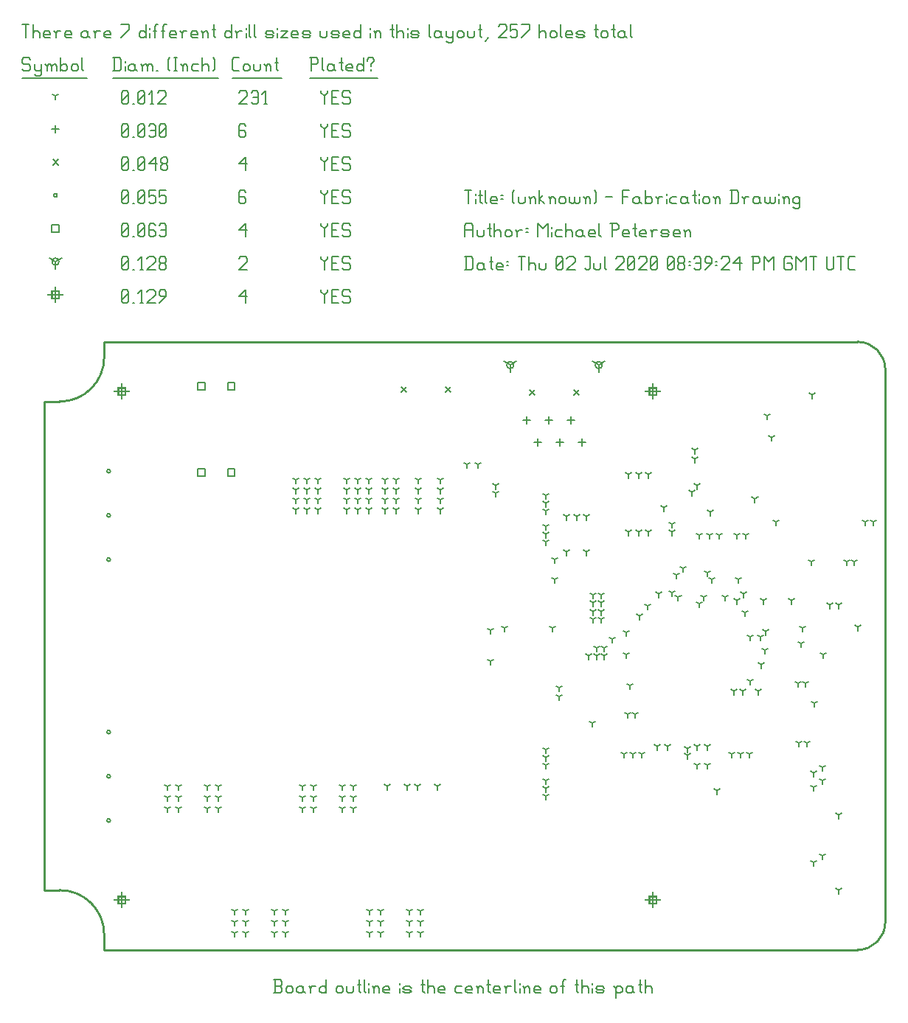
<source format=gbr>
G04 start of page 14 for group -3984 idx -3984 *
G04 Title: (unknown), fab *
G04 Creator: pcb 20140316 *
G04 CreationDate: Thu 02 Jul 2020 08:39:24 PM GMT UTC *
G04 For: railfan *
G04 Format: Gerber/RS-274X *
G04 PCB-Dimensions (mil): 4000.00 2950.00 *
G04 PCB-Coordinate-Origin: lower left *
%MOIN*%
%FSLAX25Y25*%
%LNFAB*%
%ADD162C,0.0100*%
%ADD161C,0.0060*%
%ADD160R,0.0080X0.0080*%
G54D160*X285000Y35700D02*Y29300D01*
X281800Y32500D02*X288200D01*
X283400Y34100D02*X286600D01*
X283400D02*Y30900D01*
X286600D01*
Y34100D02*Y30900D01*
X45000Y35700D02*Y29300D01*
X41800Y32500D02*X48200D01*
X43400Y34100D02*X46600D01*
X43400D02*Y30900D01*
X46600D01*
Y34100D02*Y30900D01*
X285000Y265700D02*Y259300D01*
X281800Y262500D02*X288200D01*
X283400Y264100D02*X286600D01*
X283400D02*Y260900D01*
X286600D01*
Y264100D02*Y260900D01*
X45000Y265700D02*Y259300D01*
X41800Y262500D02*X48200D01*
X43400Y264100D02*X46600D01*
X43400D02*Y260900D01*
X46600D01*
Y264100D02*Y260900D01*
X15000Y309450D02*Y303050D01*
X11800Y306250D02*X18200D01*
X13400Y307850D02*X16600D01*
X13400D02*Y304650D01*
X16600D01*
Y307850D02*Y304650D01*
G54D161*X135000Y308500D02*Y307750D01*
X136500Y306250D01*
X138000Y307750D01*
Y308500D02*Y307750D01*
X136500Y306250D02*Y302500D01*
X139800Y305500D02*X142050D01*
X139800Y302500D02*X142800D01*
X139800Y308500D02*Y302500D01*
Y308500D02*X142800D01*
X147600D02*X148350Y307750D01*
X145350Y308500D02*X147600D01*
X144600Y307750D02*X145350Y308500D01*
X144600Y307750D02*Y306250D01*
X145350Y305500D01*
X147600D01*
X148350Y304750D01*
Y303250D01*
X147600Y302500D02*X148350Y303250D01*
X145350Y302500D02*X147600D01*
X144600Y303250D02*X145350Y302500D01*
X98000Y305500D02*X101000Y308500D01*
X98000Y305500D02*X101750D01*
X101000Y308500D02*Y302500D01*
X45000Y303250D02*X45750Y302500D01*
X45000Y307750D02*Y303250D01*
Y307750D02*X45750Y308500D01*
X47250D01*
X48000Y307750D01*
Y303250D01*
X47250Y302500D02*X48000Y303250D01*
X45750Y302500D02*X47250D01*
X45000Y304000D02*X48000Y307000D01*
X49800Y302500D02*X50550D01*
X53100D02*X54600D01*
X53850Y308500D02*Y302500D01*
X52350Y307000D02*X53850Y308500D01*
X56400Y307750D02*X57150Y308500D01*
X59400D01*
X60150Y307750D01*
Y306250D01*
X56400Y302500D02*X60150Y306250D01*
X56400Y302500D02*X60150D01*
X61950D02*X64950Y305500D01*
Y307750D02*Y305500D01*
X64200Y308500D02*X64950Y307750D01*
X62700Y308500D02*X64200D01*
X61950Y307750D02*X62700Y308500D01*
X61950Y307750D02*Y306250D01*
X62700Y305500D01*
X64950D01*
X260500Y274500D02*Y271300D01*
Y274500D02*X263273Y276100D01*
X260500Y274500D02*X257727Y276100D01*
X258900Y274500D02*G75*G03X262100Y274500I1600J0D01*G01*
G75*G03X258900Y274500I-1600J0D01*G01*
X220500D02*Y271300D01*
Y274500D02*X223273Y276100D01*
X220500Y274500D02*X217727Y276100D01*
X218900Y274500D02*G75*G03X222100Y274500I1600J0D01*G01*
G75*G03X218900Y274500I-1600J0D01*G01*
X15000Y321250D02*Y318050D01*
Y321250D02*X17773Y322850D01*
X15000Y321250D02*X12227Y322850D01*
X13400Y321250D02*G75*G03X16600Y321250I1600J0D01*G01*
G75*G03X13400Y321250I-1600J0D01*G01*
X135000Y323500D02*Y322750D01*
X136500Y321250D01*
X138000Y322750D01*
Y323500D02*Y322750D01*
X136500Y321250D02*Y317500D01*
X139800Y320500D02*X142050D01*
X139800Y317500D02*X142800D01*
X139800Y323500D02*Y317500D01*
Y323500D02*X142800D01*
X147600D02*X148350Y322750D01*
X145350Y323500D02*X147600D01*
X144600Y322750D02*X145350Y323500D01*
X144600Y322750D02*Y321250D01*
X145350Y320500D01*
X147600D01*
X148350Y319750D01*
Y318250D01*
X147600Y317500D02*X148350Y318250D01*
X145350Y317500D02*X147600D01*
X144600Y318250D02*X145350Y317500D01*
X98000Y322750D02*X98750Y323500D01*
X101000D01*
X101750Y322750D01*
Y321250D01*
X98000Y317500D02*X101750Y321250D01*
X98000Y317500D02*X101750D01*
X45000Y318250D02*X45750Y317500D01*
X45000Y322750D02*Y318250D01*
Y322750D02*X45750Y323500D01*
X47250D01*
X48000Y322750D01*
Y318250D01*
X47250Y317500D02*X48000Y318250D01*
X45750Y317500D02*X47250D01*
X45000Y319000D02*X48000Y322000D01*
X49800Y317500D02*X50550D01*
X53100D02*X54600D01*
X53850Y323500D02*Y317500D01*
X52350Y322000D02*X53850Y323500D01*
X56400Y322750D02*X57150Y323500D01*
X59400D01*
X60150Y322750D01*
Y321250D01*
X56400Y317500D02*X60150Y321250D01*
X56400Y317500D02*X60150D01*
X61950Y318250D02*X62700Y317500D01*
X61950Y319750D02*Y318250D01*
Y319750D02*X62700Y320500D01*
X64200D01*
X64950Y319750D01*
Y318250D01*
X64200Y317500D02*X64950Y318250D01*
X62700Y317500D02*X64200D01*
X61950Y321250D02*X62700Y320500D01*
X61950Y322750D02*Y321250D01*
Y322750D02*X62700Y323500D01*
X64200D01*
X64950Y322750D01*
Y321250D01*
X64200Y320500D02*X64950Y321250D01*
X92800Y266600D02*X96000D01*
X92800D02*Y263400D01*
X96000D01*
Y266600D02*Y263400D01*
X79400Y266600D02*X82600D01*
X79400D02*Y263400D01*
X82600D01*
Y266600D02*Y263400D01*
X92800Y227600D02*X96000D01*
X92800D02*Y224400D01*
X96000D01*
Y227600D02*Y224400D01*
X79400Y227600D02*X82600D01*
X79400D02*Y224400D01*
X82600D01*
Y227600D02*Y224400D01*
X13400Y337850D02*X16600D01*
X13400D02*Y334650D01*
X16600D01*
Y337850D02*Y334650D01*
X135000Y338500D02*Y337750D01*
X136500Y336250D01*
X138000Y337750D01*
Y338500D02*Y337750D01*
X136500Y336250D02*Y332500D01*
X139800Y335500D02*X142050D01*
X139800Y332500D02*X142800D01*
X139800Y338500D02*Y332500D01*
Y338500D02*X142800D01*
X147600D02*X148350Y337750D01*
X145350Y338500D02*X147600D01*
X144600Y337750D02*X145350Y338500D01*
X144600Y337750D02*Y336250D01*
X145350Y335500D01*
X147600D01*
X148350Y334750D01*
Y333250D01*
X147600Y332500D02*X148350Y333250D01*
X145350Y332500D02*X147600D01*
X144600Y333250D02*X145350Y332500D01*
X98000Y335500D02*X101000Y338500D01*
X98000Y335500D02*X101750D01*
X101000Y338500D02*Y332500D01*
X45000Y333250D02*X45750Y332500D01*
X45000Y337750D02*Y333250D01*
Y337750D02*X45750Y338500D01*
X47250D01*
X48000Y337750D01*
Y333250D01*
X47250Y332500D02*X48000Y333250D01*
X45750Y332500D02*X47250D01*
X45000Y334000D02*X48000Y337000D01*
X49800Y332500D02*X50550D01*
X52350Y333250D02*X53100Y332500D01*
X52350Y337750D02*Y333250D01*
Y337750D02*X53100Y338500D01*
X54600D01*
X55350Y337750D01*
Y333250D01*
X54600Y332500D02*X55350Y333250D01*
X53100Y332500D02*X54600D01*
X52350Y334000D02*X55350Y337000D01*
X59400Y338500D02*X60150Y337750D01*
X57900Y338500D02*X59400D01*
X57150Y337750D02*X57900Y338500D01*
X57150Y337750D02*Y333250D01*
X57900Y332500D01*
X59400Y335500D02*X60150Y334750D01*
X57150Y335500D02*X59400D01*
X57900Y332500D02*X59400D01*
X60150Y333250D01*
Y334750D02*Y333250D01*
X61950Y337750D02*X62700Y338500D01*
X64200D01*
X64950Y337750D01*
Y333250D01*
X64200Y332500D02*X64950Y333250D01*
X62700Y332500D02*X64200D01*
X61950Y333250D02*X62700Y332500D01*
Y335500D02*X64950D01*
X38200Y108500D02*G75*G03X39800Y108500I800J0D01*G01*
G75*G03X38200Y108500I-800J0D01*G01*
Y88500D02*G75*G03X39800Y88500I800J0D01*G01*
G75*G03X38200Y88500I-800J0D01*G01*
Y68500D02*G75*G03X39800Y68500I800J0D01*G01*
G75*G03X38200Y68500I-800J0D01*G01*
Y226500D02*G75*G03X39800Y226500I800J0D01*G01*
G75*G03X38200Y226500I-800J0D01*G01*
Y206500D02*G75*G03X39800Y206500I800J0D01*G01*
G75*G03X38200Y206500I-800J0D01*G01*
Y186500D02*G75*G03X39800Y186500I800J0D01*G01*
G75*G03X38200Y186500I-800J0D01*G01*
X14200Y351250D02*G75*G03X15800Y351250I800J0D01*G01*
G75*G03X14200Y351250I-800J0D01*G01*
X135000Y353500D02*Y352750D01*
X136500Y351250D01*
X138000Y352750D01*
Y353500D02*Y352750D01*
X136500Y351250D02*Y347500D01*
X139800Y350500D02*X142050D01*
X139800Y347500D02*X142800D01*
X139800Y353500D02*Y347500D01*
Y353500D02*X142800D01*
X147600D02*X148350Y352750D01*
X145350Y353500D02*X147600D01*
X144600Y352750D02*X145350Y353500D01*
X144600Y352750D02*Y351250D01*
X145350Y350500D01*
X147600D01*
X148350Y349750D01*
Y348250D01*
X147600Y347500D02*X148350Y348250D01*
X145350Y347500D02*X147600D01*
X144600Y348250D02*X145350Y347500D01*
X100250Y353500D02*X101000Y352750D01*
X98750Y353500D02*X100250D01*
X98000Y352750D02*X98750Y353500D01*
X98000Y352750D02*Y348250D01*
X98750Y347500D01*
X100250Y350500D02*X101000Y349750D01*
X98000Y350500D02*X100250D01*
X98750Y347500D02*X100250D01*
X101000Y348250D01*
Y349750D02*Y348250D01*
X45000D02*X45750Y347500D01*
X45000Y352750D02*Y348250D01*
Y352750D02*X45750Y353500D01*
X47250D01*
X48000Y352750D01*
Y348250D01*
X47250Y347500D02*X48000Y348250D01*
X45750Y347500D02*X47250D01*
X45000Y349000D02*X48000Y352000D01*
X49800Y347500D02*X50550D01*
X52350Y348250D02*X53100Y347500D01*
X52350Y352750D02*Y348250D01*
Y352750D02*X53100Y353500D01*
X54600D01*
X55350Y352750D01*
Y348250D01*
X54600Y347500D02*X55350Y348250D01*
X53100Y347500D02*X54600D01*
X52350Y349000D02*X55350Y352000D01*
X57150Y353500D02*X60150D01*
X57150D02*Y350500D01*
X57900Y351250D01*
X59400D01*
X60150Y350500D01*
Y348250D01*
X59400Y347500D02*X60150Y348250D01*
X57900Y347500D02*X59400D01*
X57150Y348250D02*X57900Y347500D01*
X61950Y353500D02*X64950D01*
X61950D02*Y350500D01*
X62700Y351250D01*
X64200D01*
X64950Y350500D01*
Y348250D01*
X64200Y347500D02*X64950Y348250D01*
X62700Y347500D02*X64200D01*
X61950Y348250D02*X62700Y347500D01*
X249300Y263200D02*X251700Y260800D01*
X249300D02*X251700Y263200D01*
X229300D02*X231700Y260800D01*
X229300D02*X231700Y263200D01*
X191300Y264700D02*X193700Y262300D01*
X191300D02*X193700Y264700D01*
X171300D02*X173700Y262300D01*
X171300D02*X173700Y264700D01*
X13800Y367450D02*X16200Y365050D01*
X13800D02*X16200Y367450D01*
X135000Y368500D02*Y367750D01*
X136500Y366250D01*
X138000Y367750D01*
Y368500D02*Y367750D01*
X136500Y366250D02*Y362500D01*
X139800Y365500D02*X142050D01*
X139800Y362500D02*X142800D01*
X139800Y368500D02*Y362500D01*
Y368500D02*X142800D01*
X147600D02*X148350Y367750D01*
X145350Y368500D02*X147600D01*
X144600Y367750D02*X145350Y368500D01*
X144600Y367750D02*Y366250D01*
X145350Y365500D01*
X147600D01*
X148350Y364750D01*
Y363250D01*
X147600Y362500D02*X148350Y363250D01*
X145350Y362500D02*X147600D01*
X144600Y363250D02*X145350Y362500D01*
X98000Y365500D02*X101000Y368500D01*
X98000Y365500D02*X101750D01*
X101000Y368500D02*Y362500D01*
X45000Y363250D02*X45750Y362500D01*
X45000Y367750D02*Y363250D01*
Y367750D02*X45750Y368500D01*
X47250D01*
X48000Y367750D01*
Y363250D01*
X47250Y362500D02*X48000Y363250D01*
X45750Y362500D02*X47250D01*
X45000Y364000D02*X48000Y367000D01*
X49800Y362500D02*X50550D01*
X52350Y363250D02*X53100Y362500D01*
X52350Y367750D02*Y363250D01*
Y367750D02*X53100Y368500D01*
X54600D01*
X55350Y367750D01*
Y363250D01*
X54600Y362500D02*X55350Y363250D01*
X53100Y362500D02*X54600D01*
X52350Y364000D02*X55350Y367000D01*
X57150Y365500D02*X60150Y368500D01*
X57150Y365500D02*X60900D01*
X60150Y368500D02*Y362500D01*
X62700Y363250D02*X63450Y362500D01*
X62700Y364750D02*Y363250D01*
Y364750D02*X63450Y365500D01*
X64950D01*
X65700Y364750D01*
Y363250D01*
X64950Y362500D02*X65700Y363250D01*
X63450Y362500D02*X64950D01*
X62700Y366250D02*X63450Y365500D01*
X62700Y367750D02*Y366250D01*
Y367750D02*X63450Y368500D01*
X64950D01*
X65700Y367750D01*
Y366250D01*
X64950Y365500D02*X65700Y366250D01*
X253000Y241100D02*Y237900D01*
X251400Y239500D02*X254600D01*
X248000Y251100D02*Y247900D01*
X246400Y249500D02*X249600D01*
X243000Y241100D02*Y237900D01*
X241400Y239500D02*X244600D01*
X238000Y251100D02*Y247900D01*
X236400Y249500D02*X239600D01*
X233000Y241100D02*Y237900D01*
X231400Y239500D02*X234600D01*
X228000Y251100D02*Y247900D01*
X226400Y249500D02*X229600D01*
X15000Y382850D02*Y379650D01*
X13400Y381250D02*X16600D01*
X135000Y383500D02*Y382750D01*
X136500Y381250D01*
X138000Y382750D01*
Y383500D02*Y382750D01*
X136500Y381250D02*Y377500D01*
X139800Y380500D02*X142050D01*
X139800Y377500D02*X142800D01*
X139800Y383500D02*Y377500D01*
Y383500D02*X142800D01*
X147600D02*X148350Y382750D01*
X145350Y383500D02*X147600D01*
X144600Y382750D02*X145350Y383500D01*
X144600Y382750D02*Y381250D01*
X145350Y380500D01*
X147600D01*
X148350Y379750D01*
Y378250D01*
X147600Y377500D02*X148350Y378250D01*
X145350Y377500D02*X147600D01*
X144600Y378250D02*X145350Y377500D01*
X100250Y383500D02*X101000Y382750D01*
X98750Y383500D02*X100250D01*
X98000Y382750D02*X98750Y383500D01*
X98000Y382750D02*Y378250D01*
X98750Y377500D01*
X100250Y380500D02*X101000Y379750D01*
X98000Y380500D02*X100250D01*
X98750Y377500D02*X100250D01*
X101000Y378250D01*
Y379750D02*Y378250D01*
X45000D02*X45750Y377500D01*
X45000Y382750D02*Y378250D01*
Y382750D02*X45750Y383500D01*
X47250D01*
X48000Y382750D01*
Y378250D01*
X47250Y377500D02*X48000Y378250D01*
X45750Y377500D02*X47250D01*
X45000Y379000D02*X48000Y382000D01*
X49800Y377500D02*X50550D01*
X52350Y378250D02*X53100Y377500D01*
X52350Y382750D02*Y378250D01*
Y382750D02*X53100Y383500D01*
X54600D01*
X55350Y382750D01*
Y378250D01*
X54600Y377500D02*X55350Y378250D01*
X53100Y377500D02*X54600D01*
X52350Y379000D02*X55350Y382000D01*
X57150Y382750D02*X57900Y383500D01*
X59400D01*
X60150Y382750D01*
Y378250D01*
X59400Y377500D02*X60150Y378250D01*
X57900Y377500D02*X59400D01*
X57150Y378250D02*X57900Y377500D01*
Y380500D02*X60150D01*
X61950Y378250D02*X62700Y377500D01*
X61950Y382750D02*Y378250D01*
Y382750D02*X62700Y383500D01*
X64200D01*
X64950Y382750D01*
Y378250D01*
X64200Y377500D02*X64950Y378250D01*
X62700Y377500D02*X64200D01*
X61950Y379000D02*X64950Y382000D01*
X189000Y209000D02*Y207400D01*
Y209000D02*X190387Y209800D01*
X189000Y209000D02*X187613Y209800D01*
X179000Y209000D02*Y207400D01*
Y209000D02*X180387Y209800D01*
X179000Y209000D02*X177613Y209800D01*
X169000Y209000D02*Y207400D01*
Y209000D02*X170387Y209800D01*
X169000Y209000D02*X167613Y209800D01*
X164000Y209000D02*Y207400D01*
Y209000D02*X165387Y209800D01*
X164000Y209000D02*X162613Y209800D01*
X187500Y84000D02*Y82400D01*
Y84000D02*X188887Y84800D01*
X187500Y84000D02*X186113Y84800D01*
X178500Y84000D02*Y82400D01*
Y84000D02*X179887Y84800D01*
X178500Y84000D02*X177113Y84800D01*
X174000Y84000D02*Y82400D01*
Y84000D02*X175387Y84800D01*
X174000Y84000D02*X172613Y84800D01*
X165000Y84000D02*Y82400D01*
Y84000D02*X166387Y84800D01*
X165000Y84000D02*X163613Y84800D01*
X123500Y209000D02*Y207400D01*
Y209000D02*X124887Y209800D01*
X123500Y209000D02*X122113Y209800D01*
X128500Y209000D02*Y207400D01*
Y209000D02*X129887Y209800D01*
X128500Y209000D02*X127113Y209800D01*
X133500Y209000D02*Y207400D01*
Y209000D02*X134887Y209800D01*
X133500Y209000D02*X132113Y209800D01*
X156500Y209000D02*Y207400D01*
Y209000D02*X157887Y209800D01*
X156500Y209000D02*X155113Y209800D01*
X151500Y209000D02*Y207400D01*
Y209000D02*X152887Y209800D01*
X151500Y209000D02*X150113Y209800D01*
X146500Y209000D02*Y207400D01*
Y209000D02*X147887Y209800D01*
X146500Y209000D02*X145113Y209800D01*
X149500Y73900D02*Y72300D01*
Y73900D02*X150887Y74700D01*
X149500Y73900D02*X148113Y74700D01*
X149500Y78900D02*Y77300D01*
Y78900D02*X150887Y79700D01*
X149500Y78900D02*X148113Y79700D01*
X149500Y83900D02*Y82300D01*
Y83900D02*X150887Y84700D01*
X149500Y83900D02*X148113Y84700D01*
X144500Y73900D02*Y72300D01*
Y73900D02*X145887Y74700D01*
X144500Y73900D02*X143113Y74700D01*
X144500Y78900D02*Y77300D01*
Y78900D02*X145887Y79700D01*
X144500Y78900D02*X143113Y79700D01*
X144500Y83900D02*Y82300D01*
Y83900D02*X145887Y84700D01*
X144500Y83900D02*X143113Y84700D01*
X88500Y73900D02*Y72300D01*
Y73900D02*X89887Y74700D01*
X88500Y73900D02*X87113Y74700D01*
X88500Y78900D02*Y77300D01*
Y78900D02*X89887Y79700D01*
X88500Y78900D02*X87113Y79700D01*
X88500Y83900D02*Y82300D01*
Y83900D02*X89887Y84700D01*
X88500Y83900D02*X87113Y84700D01*
X83500Y73900D02*Y72300D01*
Y73900D02*X84887Y74700D01*
X83500Y73900D02*X82113Y74700D01*
X83500Y78900D02*Y77300D01*
Y78900D02*X84887Y79700D01*
X83500Y78900D02*X82113Y79700D01*
X83500Y83900D02*Y82300D01*
Y83900D02*X84887Y84700D01*
X83500Y83900D02*X82113Y84700D01*
X65500Y73900D02*Y72300D01*
Y73900D02*X66887Y74700D01*
X65500Y73900D02*X64113Y74700D01*
X65500Y78900D02*Y77300D01*
Y78900D02*X66887Y79700D01*
X65500Y78900D02*X64113Y79700D01*
X65500Y83900D02*Y82300D01*
Y83900D02*X66887Y84700D01*
X65500Y83900D02*X64113Y84700D01*
X70500Y73900D02*Y72300D01*
Y73900D02*X71887Y74700D01*
X70500Y73900D02*X69113Y74700D01*
X70500Y78900D02*Y77300D01*
Y78900D02*X71887Y79700D01*
X70500Y78900D02*X69113Y79700D01*
X70500Y83900D02*Y82300D01*
Y83900D02*X71887Y84700D01*
X70500Y83900D02*X69113Y84700D01*
X126500Y73900D02*Y72300D01*
Y73900D02*X127887Y74700D01*
X126500Y73900D02*X125113Y74700D01*
X126500Y78900D02*Y77300D01*
Y78900D02*X127887Y79700D01*
X126500Y78900D02*X125113Y79700D01*
X126500Y83900D02*Y82300D01*
Y83900D02*X127887Y84700D01*
X126500Y83900D02*X125113Y84700D01*
X131500Y73900D02*Y72300D01*
Y73900D02*X132887Y74700D01*
X131500Y73900D02*X130113Y74700D01*
X131500Y78900D02*Y77300D01*
Y78900D02*X132887Y79700D01*
X131500Y78900D02*X130113Y79700D01*
X131500Y83900D02*Y82300D01*
Y83900D02*X132887Y84700D01*
X131500Y83900D02*X130113Y84700D01*
X180000Y27600D02*Y26000D01*
Y27600D02*X181387Y28400D01*
X180000Y27600D02*X178613Y28400D01*
X180000Y22600D02*Y21000D01*
Y22600D02*X181387Y23400D01*
X180000Y22600D02*X178613Y23400D01*
X180000Y17600D02*Y16000D01*
Y17600D02*X181387Y18400D01*
X180000Y17600D02*X178613Y18400D01*
X175000Y27600D02*Y26000D01*
Y27600D02*X176387Y28400D01*
X175000Y27600D02*X173613Y28400D01*
X175000Y22600D02*Y21000D01*
Y22600D02*X176387Y23400D01*
X175000Y22600D02*X173613Y23400D01*
X175000Y17600D02*Y16000D01*
Y17600D02*X176387Y18400D01*
X175000Y17600D02*X173613Y18400D01*
X119000Y27600D02*Y26000D01*
Y27600D02*X120387Y28400D01*
X119000Y27600D02*X117613Y28400D01*
X119000Y22600D02*Y21000D01*
Y22600D02*X120387Y23400D01*
X119000Y22600D02*X117613Y23400D01*
X119000Y17600D02*Y16000D01*
Y17600D02*X120387Y18400D01*
X119000Y17600D02*X117613Y18400D01*
X114000Y27600D02*Y26000D01*
Y27600D02*X115387Y28400D01*
X114000Y27600D02*X112613Y28400D01*
X114000Y22600D02*Y21000D01*
Y22600D02*X115387Y23400D01*
X114000Y22600D02*X112613Y23400D01*
X114000Y17600D02*Y16000D01*
Y17600D02*X115387Y18400D01*
X114000Y17600D02*X112613Y18400D01*
X96000Y27600D02*Y26000D01*
Y27600D02*X97387Y28400D01*
X96000Y27600D02*X94613Y28400D01*
X96000Y22600D02*Y21000D01*
Y22600D02*X97387Y23400D01*
X96000Y22600D02*X94613Y23400D01*
X96000Y17600D02*Y16000D01*
Y17600D02*X97387Y18400D01*
X96000Y17600D02*X94613Y18400D01*
X101000Y27600D02*Y26000D01*
Y27600D02*X102387Y28400D01*
X101000Y27600D02*X99613Y28400D01*
X101000Y22600D02*Y21000D01*
Y22600D02*X102387Y23400D01*
X101000Y22600D02*X99613Y23400D01*
X101000Y17600D02*Y16000D01*
Y17600D02*X102387Y18400D01*
X101000Y17600D02*X99613Y18400D01*
X157000Y27600D02*Y26000D01*
Y27600D02*X158387Y28400D01*
X157000Y27600D02*X155613Y28400D01*
X157000Y22600D02*Y21000D01*
Y22600D02*X158387Y23400D01*
X157000Y22600D02*X155613Y23400D01*
X157000Y17600D02*Y16000D01*
Y17600D02*X158387Y18400D01*
X157000Y17600D02*X155613Y18400D01*
X162000Y27600D02*Y26000D01*
Y27600D02*X163387Y28400D01*
X162000Y27600D02*X160613Y28400D01*
X162000Y22600D02*Y21000D01*
Y22600D02*X163387Y23400D01*
X162000Y22600D02*X160613Y23400D01*
X162000Y17600D02*Y16000D01*
Y17600D02*X163387Y18400D01*
X162000Y17600D02*X160613Y18400D01*
X236500Y100500D02*Y98900D01*
Y100500D02*X237887Y101300D01*
X236500Y100500D02*X235113Y101300D01*
X236500Y97000D02*Y95400D01*
Y97000D02*X237887Y97800D01*
X236500Y97000D02*X235113Y97800D01*
X236500Y93500D02*Y91900D01*
Y93500D02*X237887Y94300D01*
X236500Y93500D02*X235113Y94300D01*
X236500Y86500D02*Y84900D01*
Y86500D02*X237887Y87300D01*
X236500Y86500D02*X235113Y87300D01*
X236500Y83000D02*Y81400D01*
Y83000D02*X237887Y83800D01*
X236500Y83000D02*X235113Y83800D01*
X236500Y79500D02*Y77900D01*
Y79500D02*X237887Y80300D01*
X236500Y79500D02*X235113Y80300D01*
X236500Y194500D02*Y192900D01*
Y194500D02*X237887Y195300D01*
X236500Y194500D02*X235113Y195300D01*
X236500Y198000D02*Y196400D01*
Y198000D02*X237887Y198800D01*
X236500Y198000D02*X235113Y198800D01*
X236500Y201500D02*Y199900D01*
Y201500D02*X237887Y202300D01*
X236500Y201500D02*X235113Y202300D01*
X236500Y208500D02*Y206900D01*
Y208500D02*X237887Y209300D01*
X236500Y208500D02*X235113Y209300D01*
X236500Y212000D02*Y210400D01*
Y212000D02*X237887Y212800D01*
X236500Y212000D02*X235113Y212800D01*
X236500Y215500D02*Y213900D01*
Y215500D02*X237887Y216300D01*
X236500Y215500D02*X235113Y216300D01*
X239500Y155500D02*Y153900D01*
Y155500D02*X240887Y156300D01*
X239500Y155500D02*X238113Y156300D01*
X218000Y155500D02*Y153900D01*
Y155500D02*X219387Y156300D01*
X218000Y155500D02*X216613Y156300D01*
X242500Y124500D02*Y122900D01*
Y124500D02*X243887Y125300D01*
X242500Y124500D02*X241113Y125300D01*
X242500Y128500D02*Y126900D01*
Y128500D02*X243887Y129300D01*
X242500Y128500D02*X241113Y129300D01*
X258000Y167000D02*Y165400D01*
Y167000D02*X259387Y167800D01*
X258000Y167000D02*X256613Y167800D01*
X258000Y159500D02*Y157900D01*
Y159500D02*X259387Y160300D01*
X258000Y159500D02*X256613Y160300D01*
X240500Y177500D02*Y175900D01*
Y177500D02*X241887Y178300D01*
X240500Y177500D02*X239113Y178300D01*
X246000Y190000D02*Y188400D01*
Y190000D02*X247387Y190800D01*
X246000Y190000D02*X244613Y190800D01*
X255000Y190000D02*Y188400D01*
Y190000D02*X256387Y190800D01*
X255000Y190000D02*X253613Y190800D01*
X240500Y186500D02*Y184900D01*
Y186500D02*X241887Y187300D01*
X240500Y186500D02*X239113Y187300D01*
X255000Y206000D02*Y204400D01*
Y206000D02*X256387Y206800D01*
X255000Y206000D02*X253613Y206800D01*
X246000Y206000D02*Y204400D01*
Y206000D02*X247387Y206800D01*
X246000Y206000D02*X244613Y206800D01*
X279000Y161000D02*Y159400D01*
Y161000D02*X280387Y161800D01*
X279000Y161000D02*X277613Y161800D01*
X287000Y102000D02*Y100400D01*
Y102000D02*X288387Y102800D01*
X287000Y102000D02*X285613Y102800D01*
X291500Y102000D02*Y100400D01*
Y102000D02*X292887Y102800D01*
X291500Y102000D02*X290113Y102800D01*
X309500Y102000D02*Y100400D01*
Y102000D02*X310887Y102800D01*
X309500Y102000D02*X308113Y102800D01*
X272000Y98500D02*Y96900D01*
Y98500D02*X273387Y99300D01*
X272000Y98500D02*X270613Y99300D01*
X276000Y98500D02*Y96900D01*
Y98500D02*X277387Y99300D01*
X276000Y98500D02*X274613Y99300D01*
X280000Y98500D02*Y96900D01*
Y98500D02*X281387Y99300D01*
X280000Y98500D02*X278613Y99300D01*
X328500Y98500D02*Y96900D01*
Y98500D02*X329887Y99300D01*
X328500Y98500D02*X327113Y99300D01*
X324500Y98500D02*Y96900D01*
Y98500D02*X325887Y99300D01*
X324500Y98500D02*X323113Y99300D01*
X320500Y98500D02*Y96900D01*
Y98500D02*X321887Y99300D01*
X320500Y98500D02*X319113Y99300D01*
X300500Y98000D02*Y96400D01*
Y98000D02*X301887Y98800D01*
X300500Y98000D02*X299113Y98800D01*
X300500Y101000D02*Y99400D01*
Y101000D02*X301887Y101800D01*
X300500Y101000D02*X299113Y101800D01*
X334000Y139000D02*Y137400D01*
Y139000D02*X335387Y139800D01*
X334000Y139000D02*X332613Y139800D01*
X335500Y145500D02*Y143900D01*
Y145500D02*X336887Y146300D01*
X335500Y145500D02*X334113Y146300D01*
X333500Y151500D02*Y149900D01*
Y151500D02*X334887Y152300D01*
X333500Y151500D02*X332113Y152300D01*
X336000Y154000D02*Y152400D01*
Y154000D02*X337387Y154800D01*
X336000Y154000D02*X334613Y154800D01*
X356500Y185500D02*Y183900D01*
Y185500D02*X357887Y186300D01*
X356500Y185500D02*X355113Y186300D01*
X372500Y185500D02*Y183900D01*
Y185500D02*X373887Y186300D01*
X372500Y185500D02*X371113Y186300D01*
X376000Y185500D02*Y183900D01*
Y185500D02*X377387Y186300D01*
X376000Y185500D02*X374613Y186300D01*
X354000Y130500D02*Y128900D01*
Y130500D02*X355387Y131300D01*
X354000Y130500D02*X352613Y131300D01*
X350500Y130500D02*Y128900D01*
Y130500D02*X351887Y131300D01*
X350500Y130500D02*X349113Y131300D01*
X381000Y203500D02*Y201900D01*
Y203500D02*X382387Y204300D01*
X381000Y203500D02*X379613Y204300D01*
X384500Y203500D02*Y201900D01*
Y203500D02*X385887Y204300D01*
X384500Y203500D02*X383113Y204300D01*
X305000Y93500D02*Y91900D01*
Y93500D02*X306387Y94300D01*
X305000Y93500D02*X303613Y94300D01*
X309500Y93500D02*Y91900D01*
Y93500D02*X310887Y94300D01*
X309500Y93500D02*X308113Y94300D01*
X340500Y203500D02*Y201900D01*
Y203500D02*X341887Y204300D01*
X340500Y203500D02*X339113Y204300D01*
X311000Y208000D02*Y206400D01*
Y208000D02*X312387Y208800D01*
X311000Y208000D02*X309613Y208800D01*
X211500Y140500D02*Y138900D01*
Y140500D02*X212887Y141300D01*
X211500Y140500D02*X210113Y141300D01*
X211500Y154500D02*Y152900D01*
Y154500D02*X212887Y155300D01*
X211500Y154500D02*X210113Y155300D01*
X266500Y150453D02*Y148853D01*
Y150453D02*X267887Y151253D01*
X266500Y150453D02*X265113Y151253D01*
X273000Y143500D02*Y141900D01*
Y143500D02*X274387Y144300D01*
X273000Y143500D02*X271613Y144300D01*
X273000Y153500D02*Y151900D01*
Y153500D02*X274387Y154300D01*
X273000Y153500D02*X271613Y154300D01*
X293500Y171500D02*Y169900D01*
Y171500D02*X294887Y172300D01*
X293500Y171500D02*X292113Y172300D01*
X308000Y169500D02*Y167900D01*
Y169500D02*X309387Y170300D01*
X308000Y169500D02*X306613Y170300D01*
X306000Y166500D02*Y164900D01*
Y166500D02*X307387Y167300D01*
X306000Y166500D02*X304613Y167300D01*
X274000Y199000D02*Y197400D01*
Y199000D02*X275387Y199800D01*
X274000Y199000D02*X272613Y199800D01*
X283000Y199000D02*Y197400D01*
Y199000D02*X284387Y199800D01*
X283000Y199000D02*X281613Y199800D01*
X274000Y225000D02*Y223400D01*
Y225000D02*X275387Y225800D01*
X274000Y225000D02*X272613Y225800D01*
X283000Y225000D02*Y223400D01*
Y225000D02*X284387Y225800D01*
X283000Y225000D02*X281613Y225800D01*
X321500Y127000D02*Y125400D01*
Y127000D02*X322887Y127800D01*
X321500Y127000D02*X320113Y127800D01*
X325500Y127000D02*Y125400D01*
Y127000D02*X326887Y127800D01*
X325500Y127000D02*X324113Y127800D01*
X323500Y177500D02*Y175900D01*
Y177500D02*X324887Y178300D01*
X323500Y177500D02*X322113Y178300D01*
X311500Y177500D02*Y175900D01*
Y177500D02*X312887Y178300D01*
X311500Y177500D02*X310113Y178300D01*
X329000Y131600D02*Y130000D01*
Y131600D02*X330387Y132400D01*
X329000Y131600D02*X327613Y132400D01*
X290000Y210000D02*Y208400D01*
Y210000D02*X291387Y210800D01*
X290000Y210000D02*X288613Y210800D01*
X358000Y121500D02*Y119900D01*
Y121500D02*X359387Y122300D01*
X358000Y121500D02*X356613Y122300D01*
X282500Y165500D02*Y163900D01*
Y165500D02*X283887Y166300D01*
X282500Y165500D02*X281113Y166300D01*
X206000Y229500D02*Y227900D01*
Y229500D02*X207387Y230300D01*
X206000Y229500D02*X204613Y230300D01*
X201000Y229500D02*Y227900D01*
Y229500D02*X202387Y230300D01*
X201000Y229500D02*X199613Y230300D01*
X354500Y103500D02*Y101900D01*
Y103500D02*X355887Y104300D01*
X354500Y103500D02*X353113Y104300D01*
X351000Y103500D02*Y101900D01*
Y103500D02*X352387Y104300D01*
X351000Y103500D02*X349613Y104300D01*
X278500Y199000D02*Y197400D01*
Y199000D02*X279887Y199800D01*
X278500Y199000D02*X277113Y199800D01*
X332500Y127000D02*Y125400D01*
Y127000D02*X333887Y127800D01*
X332500Y127000D02*X331113Y127800D01*
X278500Y225000D02*Y223400D01*
Y225000D02*X279887Y225800D01*
X278500Y225000D02*X277113Y225800D01*
X326500Y162500D02*Y160900D01*
Y162500D02*X327887Y163300D01*
X326500Y162500D02*X325113Y163300D01*
X310500Y197500D02*Y195900D01*
Y197500D02*X311887Y198300D01*
X310500Y197500D02*X309113Y198300D01*
X315000Y197500D02*Y195900D01*
Y197500D02*X316387Y198300D01*
X315000Y197500D02*X313613Y198300D01*
X306000Y197500D02*Y195900D01*
Y197500D02*X307387Y198300D01*
X306000Y197500D02*X304613Y198300D01*
X309500Y180500D02*Y178900D01*
Y180500D02*X310887Y181300D01*
X309500Y180500D02*X308113Y181300D01*
X298500Y182500D02*Y180900D01*
Y182500D02*X299887Y183300D01*
X298500Y182500D02*X297113Y183300D01*
X295500Y179500D02*Y177900D01*
Y179500D02*X296887Y180300D01*
X295500Y179500D02*X294113Y180300D01*
X296400Y169500D02*Y167900D01*
Y169500D02*X297787Y170300D01*
X296400Y169500D02*X295013Y170300D01*
X293500Y199000D02*Y197400D01*
Y199000D02*X294887Y199800D01*
X293500Y199000D02*X292113Y199800D01*
X293500Y202500D02*Y200900D01*
Y202500D02*X294887Y203300D01*
X293500Y202500D02*X292113Y203300D01*
X317500Y169500D02*Y167900D01*
Y169500D02*X318887Y170300D01*
X317500Y169500D02*X316113Y170300D01*
X323000Y168000D02*Y166400D01*
Y168000D02*X324387Y168800D01*
X323000Y168000D02*X321613Y168800D01*
X326000Y171000D02*Y169400D01*
Y171000D02*X327387Y171800D01*
X326000Y171000D02*X324613Y171800D01*
X287500Y171000D02*Y169400D01*
Y171000D02*X288887Y171800D01*
X287500Y171000D02*X286113Y171800D01*
X323000Y197500D02*Y195900D01*
Y197500D02*X324387Y198300D01*
X323000Y197500D02*X321613Y198300D01*
X327000Y197500D02*Y195900D01*
Y197500D02*X328387Y198300D01*
X327000Y197500D02*X325613Y198300D01*
X331043Y214000D02*Y212400D01*
Y214000D02*X332430Y214800D01*
X331043Y214000D02*X329656Y214800D01*
X304000Y236000D02*Y234400D01*
Y236000D02*X305387Y236800D01*
X304000Y236000D02*X302613Y236800D01*
X304000Y232000D02*Y230400D01*
Y232000D02*X305387Y232800D01*
X304000Y232000D02*X302613Y232800D01*
X214000Y216500D02*Y214900D01*
Y216500D02*X215387Y217300D01*
X214000Y216500D02*X212613Y217300D01*
X214000Y220000D02*Y218400D01*
Y220000D02*X215387Y220800D01*
X214000Y220000D02*X212613Y220800D01*
X277000Y116500D02*Y114900D01*
Y116500D02*X278387Y117300D01*
X277000Y116500D02*X275613Y117300D01*
X273500Y116500D02*Y114900D01*
Y116500D02*X274887Y117300D01*
X273500Y116500D02*X272113Y117300D01*
X257500Y112500D02*Y110900D01*
Y112500D02*X258887Y113300D01*
X257500Y112500D02*X256113Y113300D01*
X274500Y129500D02*Y127900D01*
Y129500D02*X275887Y130300D01*
X274500Y129500D02*X273113Y130300D01*
X250500Y206000D02*Y204400D01*
Y206000D02*X251887Y206800D01*
X250500Y206000D02*X249113Y206800D01*
X258000Y170500D02*Y168900D01*
Y170500D02*X259387Y171300D01*
X258000Y170500D02*X256613Y171300D01*
X258000Y163000D02*Y161400D01*
Y163000D02*X259387Y163800D01*
X258000Y163000D02*X256613Y163800D01*
X261500Y167000D02*Y165400D01*
Y167000D02*X262887Y167800D01*
X261500Y167000D02*X260113Y167800D01*
X261500Y159500D02*Y157900D01*
Y159500D02*X262887Y160300D01*
X261500Y159500D02*X260113Y160300D01*
X261500Y170500D02*Y168900D01*
Y170500D02*X262887Y171300D01*
X261500Y170500D02*X260113Y171300D01*
X261500Y163000D02*Y161400D01*
Y163000D02*X262887Y163800D01*
X261500Y163000D02*X260113Y163800D01*
X256000Y143000D02*Y141400D01*
Y143000D02*X257387Y143800D01*
X256000Y143000D02*X254613Y143800D01*
X259500Y143000D02*Y141400D01*
Y143000D02*X260887Y143800D01*
X259500Y143000D02*X258113Y143800D01*
X263000Y143000D02*Y141400D01*
Y143000D02*X264387Y143800D01*
X263000Y143000D02*X261613Y143800D01*
X263000Y146500D02*Y144900D01*
Y146500D02*X264387Y147300D01*
X263000Y146500D02*X261613Y147300D01*
X259500Y146500D02*Y144900D01*
Y146500D02*X260887Y147300D01*
X259500Y146500D02*X258113Y147300D01*
X314000Y82000D02*Y80400D01*
Y82000D02*X315387Y82800D01*
X314000Y82000D02*X312613Y82800D01*
X335000Y168000D02*Y166400D01*
Y168000D02*X336387Y168800D01*
X335000Y168000D02*X333613Y168800D01*
X347500Y168000D02*Y166400D01*
Y168000D02*X348887Y168800D01*
X347500Y168000D02*X346113Y168800D01*
X329000Y151500D02*Y149900D01*
Y151500D02*X330387Y152300D01*
X329000Y151500D02*X327613Y152300D01*
X352500Y155500D02*Y153900D01*
Y155500D02*X353887Y156300D01*
X352500Y155500D02*X351113Y156300D01*
X362000Y143500D02*Y141900D01*
Y143500D02*X363387Y144300D01*
X362000Y143500D02*X360613Y144300D01*
X305000Y102000D02*Y100400D01*
Y102000D02*X306387Y102800D01*
X305000Y102000D02*X303613Y102800D01*
X369000Y71000D02*Y69400D01*
Y71000D02*X370387Y71800D01*
X369000Y71000D02*X367613Y71800D01*
X357500Y83500D02*Y81900D01*
Y83500D02*X358887Y84300D01*
X357500Y83500D02*X356113Y84300D01*
X361500Y86500D02*Y84900D01*
Y86500D02*X362887Y87300D01*
X361500Y86500D02*X360113Y87300D01*
X357500Y90000D02*Y88400D01*
Y90000D02*X358887Y90800D01*
X357500Y90000D02*X356113Y90800D01*
X369000Y37000D02*Y35400D01*
Y37000D02*X370387Y37800D01*
X369000Y37000D02*X367613Y37800D01*
X357500Y49500D02*Y47900D01*
Y49500D02*X358887Y50300D01*
X357500Y49500D02*X356113Y50300D01*
X361500Y52500D02*Y50900D01*
Y52500D02*X362887Y53300D01*
X361500Y52500D02*X360113Y53300D01*
X361500Y92500D02*Y90900D01*
Y92500D02*X362887Y93300D01*
X361500Y92500D02*X360113Y93300D01*
X352000Y148500D02*Y146900D01*
Y148500D02*X353387Y149300D01*
X352000Y148500D02*X350613Y149300D01*
X302500Y217000D02*Y215400D01*
Y217000D02*X303887Y217800D01*
X302500Y217000D02*X301113Y217800D01*
X305000Y220000D02*Y218400D01*
Y220000D02*X306387Y220800D01*
X305000Y220000D02*X303613Y220800D01*
X377500Y156000D02*Y154400D01*
Y156000D02*X378887Y156800D01*
X377500Y156000D02*X376113Y156800D01*
X365000Y166000D02*Y164400D01*
Y166000D02*X366387Y166800D01*
X365000Y166000D02*X363613Y166800D01*
X369000Y166000D02*Y164400D01*
Y166000D02*X370387Y166800D01*
X369000Y166000D02*X367613Y166800D01*
X189000Y213500D02*Y211900D01*
Y213500D02*X190387Y214300D01*
X189000Y213500D02*X187613Y214300D01*
X179000Y213500D02*Y211900D01*
Y213500D02*X180387Y214300D01*
X179000Y213500D02*X177613Y214300D01*
X169000Y213500D02*Y211900D01*
Y213500D02*X170387Y214300D01*
X169000Y213500D02*X167613Y214300D01*
X164000Y213500D02*Y211900D01*
Y213500D02*X165387Y214300D01*
X164000Y213500D02*X162613Y214300D01*
X156500Y213500D02*Y211900D01*
Y213500D02*X157887Y214300D01*
X156500Y213500D02*X155113Y214300D01*
X151500Y213500D02*Y211900D01*
Y213500D02*X152887Y214300D01*
X151500Y213500D02*X150113Y214300D01*
X146500Y213500D02*Y211900D01*
Y213500D02*X147887Y214300D01*
X146500Y213500D02*X145113Y214300D01*
X189000Y218000D02*Y216400D01*
Y218000D02*X190387Y218800D01*
X189000Y218000D02*X187613Y218800D01*
X179000Y218000D02*Y216400D01*
Y218000D02*X180387Y218800D01*
X179000Y218000D02*X177613Y218800D01*
X169000Y218000D02*Y216400D01*
Y218000D02*X170387Y218800D01*
X169000Y218000D02*X167613Y218800D01*
X164000Y218000D02*Y216400D01*
Y218000D02*X165387Y218800D01*
X164000Y218000D02*X162613Y218800D01*
X156500Y218000D02*Y216400D01*
Y218000D02*X157887Y218800D01*
X156500Y218000D02*X155113Y218800D01*
X151500Y218000D02*Y216400D01*
Y218000D02*X152887Y218800D01*
X151500Y218000D02*X150113Y218800D01*
X146500Y218000D02*Y216400D01*
Y218000D02*X147887Y218800D01*
X146500Y218000D02*X145113Y218800D01*
X189000Y222500D02*Y220900D01*
Y222500D02*X190387Y223300D01*
X189000Y222500D02*X187613Y223300D01*
X179000Y222500D02*Y220900D01*
Y222500D02*X180387Y223300D01*
X179000Y222500D02*X177613Y223300D01*
X169000Y222500D02*Y220900D01*
Y222500D02*X170387Y223300D01*
X169000Y222500D02*X167613Y223300D01*
X164000Y222500D02*Y220900D01*
Y222500D02*X165387Y223300D01*
X164000Y222500D02*X162613Y223300D01*
X156500Y222500D02*Y220900D01*
Y222500D02*X157887Y223300D01*
X156500Y222500D02*X155113Y223300D01*
X151500Y222500D02*Y220900D01*
Y222500D02*X152887Y223300D01*
X151500Y222500D02*X150113Y223300D01*
X146500Y222500D02*Y220900D01*
Y222500D02*X147887Y223300D01*
X146500Y222500D02*X145113Y223300D01*
X123500Y222500D02*Y220900D01*
Y222500D02*X124887Y223300D01*
X123500Y222500D02*X122113Y223300D01*
X128500Y222500D02*Y220900D01*
Y222500D02*X129887Y223300D01*
X128500Y222500D02*X127113Y223300D01*
X133500Y222500D02*Y220900D01*
Y222500D02*X134887Y223300D01*
X133500Y222500D02*X132113Y223300D01*
X123500Y218000D02*Y216400D01*
Y218000D02*X124887Y218800D01*
X123500Y218000D02*X122113Y218800D01*
X128500Y218000D02*Y216400D01*
Y218000D02*X129887Y218800D01*
X128500Y218000D02*X127113Y218800D01*
X133500Y218000D02*Y216400D01*
Y218000D02*X134887Y218800D01*
X133500Y218000D02*X132113Y218800D01*
X123500Y213500D02*Y211900D01*
Y213500D02*X124887Y214300D01*
X123500Y213500D02*X122113Y214300D01*
X128500Y213500D02*Y211900D01*
Y213500D02*X129887Y214300D01*
X128500Y213500D02*X127113Y214300D01*
X133500Y213500D02*Y211900D01*
Y213500D02*X134887Y214300D01*
X133500Y213500D02*X132113Y214300D01*
X357000Y261000D02*Y259400D01*
Y261000D02*X358387Y261800D01*
X357000Y261000D02*X355613Y261800D01*
X338500Y241700D02*Y240100D01*
Y241700D02*X339887Y242500D01*
X338500Y241700D02*X337113Y242500D01*
X336500Y251500D02*Y249900D01*
Y251500D02*X337887Y252300D01*
X336500Y251500D02*X335113Y252300D01*
X15000Y396250D02*Y394650D01*
Y396250D02*X16387Y397050D01*
X15000Y396250D02*X13613Y397050D01*
X135000Y398500D02*Y397750D01*
X136500Y396250D01*
X138000Y397750D01*
Y398500D02*Y397750D01*
X136500Y396250D02*Y392500D01*
X139800Y395500D02*X142050D01*
X139800Y392500D02*X142800D01*
X139800Y398500D02*Y392500D01*
Y398500D02*X142800D01*
X147600D02*X148350Y397750D01*
X145350Y398500D02*X147600D01*
X144600Y397750D02*X145350Y398500D01*
X144600Y397750D02*Y396250D01*
X145350Y395500D01*
X147600D01*
X148350Y394750D01*
Y393250D01*
X147600Y392500D02*X148350Y393250D01*
X145350Y392500D02*X147600D01*
X144600Y393250D02*X145350Y392500D01*
X98000Y397750D02*X98750Y398500D01*
X101000D01*
X101750Y397750D01*
Y396250D01*
X98000Y392500D02*X101750Y396250D01*
X98000Y392500D02*X101750D01*
X103550Y397750D02*X104300Y398500D01*
X105800D01*
X106550Y397750D01*
Y393250D01*
X105800Y392500D02*X106550Y393250D01*
X104300Y392500D02*X105800D01*
X103550Y393250D02*X104300Y392500D01*
Y395500D02*X106550D01*
X109100Y392500D02*X110600D01*
X109850Y398500D02*Y392500D01*
X108350Y397000D02*X109850Y398500D01*
X45000Y393250D02*X45750Y392500D01*
X45000Y397750D02*Y393250D01*
Y397750D02*X45750Y398500D01*
X47250D01*
X48000Y397750D01*
Y393250D01*
X47250Y392500D02*X48000Y393250D01*
X45750Y392500D02*X47250D01*
X45000Y394000D02*X48000Y397000D01*
X49800Y392500D02*X50550D01*
X52350Y393250D02*X53100Y392500D01*
X52350Y397750D02*Y393250D01*
Y397750D02*X53100Y398500D01*
X54600D01*
X55350Y397750D01*
Y393250D01*
X54600Y392500D02*X55350Y393250D01*
X53100Y392500D02*X54600D01*
X52350Y394000D02*X55350Y397000D01*
X57900Y392500D02*X59400D01*
X58650Y398500D02*Y392500D01*
X57150Y397000D02*X58650Y398500D01*
X61200Y397750D02*X61950Y398500D01*
X64200D01*
X64950Y397750D01*
Y396250D01*
X61200Y392500D02*X64950Y396250D01*
X61200Y392500D02*X64950D01*
X3000Y413500D02*X3750Y412750D01*
X750Y413500D02*X3000D01*
X0Y412750D02*X750Y413500D01*
X0Y412750D02*Y411250D01*
X750Y410500D01*
X3000D01*
X3750Y409750D01*
Y408250D01*
X3000Y407500D02*X3750Y408250D01*
X750Y407500D02*X3000D01*
X0Y408250D02*X750Y407500D01*
X5550Y410500D02*Y408250D01*
X6300Y407500D01*
X8550Y410500D02*Y406000D01*
X7800Y405250D02*X8550Y406000D01*
X6300Y405250D02*X7800D01*
X5550Y406000D02*X6300Y405250D01*
Y407500D02*X7800D01*
X8550Y408250D01*
X11100Y409750D02*Y407500D01*
Y409750D02*X11850Y410500D01*
X12600D01*
X13350Y409750D01*
Y407500D01*
Y409750D02*X14100Y410500D01*
X14850D01*
X15600Y409750D01*
Y407500D01*
X10350Y410500D02*X11100Y409750D01*
X17400Y413500D02*Y407500D01*
Y408250D02*X18150Y407500D01*
X19650D01*
X20400Y408250D01*
Y409750D02*Y408250D01*
X19650Y410500D02*X20400Y409750D01*
X18150Y410500D02*X19650D01*
X17400Y409750D02*X18150Y410500D01*
X22200Y409750D02*Y408250D01*
Y409750D02*X22950Y410500D01*
X24450D01*
X25200Y409750D01*
Y408250D01*
X24450Y407500D02*X25200Y408250D01*
X22950Y407500D02*X24450D01*
X22200Y408250D02*X22950Y407500D01*
X27000Y413500D02*Y408250D01*
X27750Y407500D01*
X0Y404250D02*X29250D01*
X41750Y413500D02*Y407500D01*
X44000Y413500D02*X44750Y412750D01*
Y408250D01*
X44000Y407500D02*X44750Y408250D01*
X41000Y407500D02*X44000D01*
X41000Y413500D02*X44000D01*
X46550Y412000D02*Y411250D01*
Y409750D02*Y407500D01*
X50300Y410500D02*X51050Y409750D01*
X48800Y410500D02*X50300D01*
X48050Y409750D02*X48800Y410500D01*
X48050Y409750D02*Y408250D01*
X48800Y407500D01*
X51050Y410500D02*Y408250D01*
X51800Y407500D01*
X48800D02*X50300D01*
X51050Y408250D01*
X54350Y409750D02*Y407500D01*
Y409750D02*X55100Y410500D01*
X55850D01*
X56600Y409750D01*
Y407500D01*
Y409750D02*X57350Y410500D01*
X58100D01*
X58850Y409750D01*
Y407500D01*
X53600Y410500D02*X54350Y409750D01*
X60650Y407500D02*X61400D01*
X65900Y408250D02*X66650Y407500D01*
X65900Y412750D02*X66650Y413500D01*
X65900Y412750D02*Y408250D01*
X68450Y413500D02*X69950D01*
X69200D02*Y407500D01*
X68450D02*X69950D01*
X72500Y409750D02*Y407500D01*
Y409750D02*X73250Y410500D01*
X74000D01*
X74750Y409750D01*
Y407500D01*
X71750Y410500D02*X72500Y409750D01*
X77300Y410500D02*X79550D01*
X76550Y409750D02*X77300Y410500D01*
X76550Y409750D02*Y408250D01*
X77300Y407500D01*
X79550D01*
X81350Y413500D02*Y407500D01*
Y409750D02*X82100Y410500D01*
X83600D01*
X84350Y409750D01*
Y407500D01*
X86150Y413500D02*X86900Y412750D01*
Y408250D01*
X86150Y407500D02*X86900Y408250D01*
X41000Y404250D02*X88700D01*
X95750Y407500D02*X98000D01*
X95000Y408250D02*X95750Y407500D01*
X95000Y412750D02*Y408250D01*
Y412750D02*X95750Y413500D01*
X98000D01*
X99800Y409750D02*Y408250D01*
Y409750D02*X100550Y410500D01*
X102050D01*
X102800Y409750D01*
Y408250D01*
X102050Y407500D02*X102800Y408250D01*
X100550Y407500D02*X102050D01*
X99800Y408250D02*X100550Y407500D01*
X104600Y410500D02*Y408250D01*
X105350Y407500D01*
X106850D01*
X107600Y408250D01*
Y410500D02*Y408250D01*
X110150Y409750D02*Y407500D01*
Y409750D02*X110900Y410500D01*
X111650D01*
X112400Y409750D01*
Y407500D01*
X109400Y410500D02*X110150Y409750D01*
X114950Y413500D02*Y408250D01*
X115700Y407500D01*
X114200Y411250D02*X115700D01*
X95000Y404250D02*X117200D01*
X130750Y413500D02*Y407500D01*
X130000Y413500D02*X133000D01*
X133750Y412750D01*
Y411250D01*
X133000Y410500D02*X133750Y411250D01*
X130750Y410500D02*X133000D01*
X135550Y413500D02*Y408250D01*
X136300Y407500D01*
X140050Y410500D02*X140800Y409750D01*
X138550Y410500D02*X140050D01*
X137800Y409750D02*X138550Y410500D01*
X137800Y409750D02*Y408250D01*
X138550Y407500D01*
X140800Y410500D02*Y408250D01*
X141550Y407500D01*
X138550D02*X140050D01*
X140800Y408250D01*
X144100Y413500D02*Y408250D01*
X144850Y407500D01*
X143350Y411250D02*X144850D01*
X147100Y407500D02*X149350D01*
X146350Y408250D02*X147100Y407500D01*
X146350Y409750D02*Y408250D01*
Y409750D02*X147100Y410500D01*
X148600D01*
X149350Y409750D01*
X146350Y409000D02*X149350D01*
Y409750D02*Y409000D01*
X154150Y413500D02*Y407500D01*
X153400D02*X154150Y408250D01*
X151900Y407500D02*X153400D01*
X151150Y408250D02*X151900Y407500D01*
X151150Y409750D02*Y408250D01*
Y409750D02*X151900Y410500D01*
X153400D01*
X154150Y409750D01*
X157450Y410500D02*Y409750D01*
Y408250D02*Y407500D01*
X155950Y412750D02*Y412000D01*
Y412750D02*X156700Y413500D01*
X158200D01*
X158950Y412750D01*
Y412000D01*
X157450Y410500D02*X158950Y412000D01*
X130000Y404250D02*X160750D01*
X0Y428500D02*X3000D01*
X1500D02*Y422500D01*
X4800Y428500D02*Y422500D01*
Y424750D02*X5550Y425500D01*
X7050D01*
X7800Y424750D01*
Y422500D01*
X10350D02*X12600D01*
X9600Y423250D02*X10350Y422500D01*
X9600Y424750D02*Y423250D01*
Y424750D02*X10350Y425500D01*
X11850D01*
X12600Y424750D01*
X9600Y424000D02*X12600D01*
Y424750D02*Y424000D01*
X15150Y424750D02*Y422500D01*
Y424750D02*X15900Y425500D01*
X17400D01*
X14400D02*X15150Y424750D01*
X19950Y422500D02*X22200D01*
X19200Y423250D02*X19950Y422500D01*
X19200Y424750D02*Y423250D01*
Y424750D02*X19950Y425500D01*
X21450D01*
X22200Y424750D01*
X19200Y424000D02*X22200D01*
Y424750D02*Y424000D01*
X28950Y425500D02*X29700Y424750D01*
X27450Y425500D02*X28950D01*
X26700Y424750D02*X27450Y425500D01*
X26700Y424750D02*Y423250D01*
X27450Y422500D01*
X29700Y425500D02*Y423250D01*
X30450Y422500D01*
X27450D02*X28950D01*
X29700Y423250D01*
X33000Y424750D02*Y422500D01*
Y424750D02*X33750Y425500D01*
X35250D01*
X32250D02*X33000Y424750D01*
X37800Y422500D02*X40050D01*
X37050Y423250D02*X37800Y422500D01*
X37050Y424750D02*Y423250D01*
Y424750D02*X37800Y425500D01*
X39300D01*
X40050Y424750D01*
X37050Y424000D02*X40050D01*
Y424750D02*Y424000D01*
X44550Y422500D02*X48300Y426250D01*
Y428500D02*Y426250D01*
X44550Y428500D02*X48300D01*
X55800D02*Y422500D01*
X55050D02*X55800Y423250D01*
X53550Y422500D02*X55050D01*
X52800Y423250D02*X53550Y422500D01*
X52800Y424750D02*Y423250D01*
Y424750D02*X53550Y425500D01*
X55050D01*
X55800Y424750D01*
X57600Y427000D02*Y426250D01*
Y424750D02*Y422500D01*
X59850Y427750D02*Y422500D01*
Y427750D02*X60600Y428500D01*
X61350D01*
X59100Y425500D02*X60600D01*
X63600Y427750D02*Y422500D01*
Y427750D02*X64350Y428500D01*
X65100D01*
X62850Y425500D02*X64350D01*
X67350Y422500D02*X69600D01*
X66600Y423250D02*X67350Y422500D01*
X66600Y424750D02*Y423250D01*
Y424750D02*X67350Y425500D01*
X68850D01*
X69600Y424750D01*
X66600Y424000D02*X69600D01*
Y424750D02*Y424000D01*
X72150Y424750D02*Y422500D01*
Y424750D02*X72900Y425500D01*
X74400D01*
X71400D02*X72150Y424750D01*
X76950Y422500D02*X79200D01*
X76200Y423250D02*X76950Y422500D01*
X76200Y424750D02*Y423250D01*
Y424750D02*X76950Y425500D01*
X78450D01*
X79200Y424750D01*
X76200Y424000D02*X79200D01*
Y424750D02*Y424000D01*
X81750Y424750D02*Y422500D01*
Y424750D02*X82500Y425500D01*
X83250D01*
X84000Y424750D01*
Y422500D01*
X81000Y425500D02*X81750Y424750D01*
X86550Y428500D02*Y423250D01*
X87300Y422500D01*
X85800Y426250D02*X87300D01*
X94500Y428500D02*Y422500D01*
X93750D02*X94500Y423250D01*
X92250Y422500D02*X93750D01*
X91500Y423250D02*X92250Y422500D01*
X91500Y424750D02*Y423250D01*
Y424750D02*X92250Y425500D01*
X93750D01*
X94500Y424750D01*
X97050D02*Y422500D01*
Y424750D02*X97800Y425500D01*
X99300D01*
X96300D02*X97050Y424750D01*
X101100Y427000D02*Y426250D01*
Y424750D02*Y422500D01*
X102600Y428500D02*Y423250D01*
X103350Y422500D01*
X104850Y428500D02*Y423250D01*
X105600Y422500D01*
X110550D02*X112800D01*
X113550Y423250D01*
X112800Y424000D02*X113550Y423250D01*
X110550Y424000D02*X112800D01*
X109800Y424750D02*X110550Y424000D01*
X109800Y424750D02*X110550Y425500D01*
X112800D01*
X113550Y424750D01*
X109800Y423250D02*X110550Y422500D01*
X115350Y427000D02*Y426250D01*
Y424750D02*Y422500D01*
X116850Y425500D02*X119850D01*
X116850Y422500D02*X119850Y425500D01*
X116850Y422500D02*X119850D01*
X122400D02*X124650D01*
X121650Y423250D02*X122400Y422500D01*
X121650Y424750D02*Y423250D01*
Y424750D02*X122400Y425500D01*
X123900D01*
X124650Y424750D01*
X121650Y424000D02*X124650D01*
Y424750D02*Y424000D01*
X127200Y422500D02*X129450D01*
X130200Y423250D01*
X129450Y424000D02*X130200Y423250D01*
X127200Y424000D02*X129450D01*
X126450Y424750D02*X127200Y424000D01*
X126450Y424750D02*X127200Y425500D01*
X129450D01*
X130200Y424750D01*
X126450Y423250D02*X127200Y422500D01*
X134700Y425500D02*Y423250D01*
X135450Y422500D01*
X136950D01*
X137700Y423250D01*
Y425500D02*Y423250D01*
X140250Y422500D02*X142500D01*
X143250Y423250D01*
X142500Y424000D02*X143250Y423250D01*
X140250Y424000D02*X142500D01*
X139500Y424750D02*X140250Y424000D01*
X139500Y424750D02*X140250Y425500D01*
X142500D01*
X143250Y424750D01*
X139500Y423250D02*X140250Y422500D01*
X145800D02*X148050D01*
X145050Y423250D02*X145800Y422500D01*
X145050Y424750D02*Y423250D01*
Y424750D02*X145800Y425500D01*
X147300D01*
X148050Y424750D01*
X145050Y424000D02*X148050D01*
Y424750D02*Y424000D01*
X152850Y428500D02*Y422500D01*
X152100D02*X152850Y423250D01*
X150600Y422500D02*X152100D01*
X149850Y423250D02*X150600Y422500D01*
X149850Y424750D02*Y423250D01*
Y424750D02*X150600Y425500D01*
X152100D01*
X152850Y424750D01*
X157350Y427000D02*Y426250D01*
Y424750D02*Y422500D01*
X159600Y424750D02*Y422500D01*
Y424750D02*X160350Y425500D01*
X161100D01*
X161850Y424750D01*
Y422500D01*
X158850Y425500D02*X159600Y424750D01*
X167100Y428500D02*Y423250D01*
X167850Y422500D01*
X166350Y426250D02*X167850D01*
X169350Y428500D02*Y422500D01*
Y424750D02*X170100Y425500D01*
X171600D01*
X172350Y424750D01*
Y422500D01*
X174150Y427000D02*Y426250D01*
Y424750D02*Y422500D01*
X176400D02*X178650D01*
X179400Y423250D01*
X178650Y424000D02*X179400Y423250D01*
X176400Y424000D02*X178650D01*
X175650Y424750D02*X176400Y424000D01*
X175650Y424750D02*X176400Y425500D01*
X178650D01*
X179400Y424750D01*
X175650Y423250D02*X176400Y422500D01*
X183900Y428500D02*Y423250D01*
X184650Y422500D01*
X188400Y425500D02*X189150Y424750D01*
X186900Y425500D02*X188400D01*
X186150Y424750D02*X186900Y425500D01*
X186150Y424750D02*Y423250D01*
X186900Y422500D01*
X189150Y425500D02*Y423250D01*
X189900Y422500D01*
X186900D02*X188400D01*
X189150Y423250D01*
X191700Y425500D02*Y423250D01*
X192450Y422500D01*
X194700Y425500D02*Y421000D01*
X193950Y420250D02*X194700Y421000D01*
X192450Y420250D02*X193950D01*
X191700Y421000D02*X192450Y420250D01*
Y422500D02*X193950D01*
X194700Y423250D01*
X196500Y424750D02*Y423250D01*
Y424750D02*X197250Y425500D01*
X198750D01*
X199500Y424750D01*
Y423250D01*
X198750Y422500D02*X199500Y423250D01*
X197250Y422500D02*X198750D01*
X196500Y423250D02*X197250Y422500D01*
X201300Y425500D02*Y423250D01*
X202050Y422500D01*
X203550D01*
X204300Y423250D01*
Y425500D02*Y423250D01*
X206850Y428500D02*Y423250D01*
X207600Y422500D01*
X206100Y426250D02*X207600D01*
X209100Y421000D02*X210600Y422500D01*
X215100Y427750D02*X215850Y428500D01*
X218100D01*
X218850Y427750D01*
Y426250D01*
X215100Y422500D02*X218850Y426250D01*
X215100Y422500D02*X218850D01*
X220650Y428500D02*X223650D01*
X220650D02*Y425500D01*
X221400Y426250D01*
X222900D01*
X223650Y425500D01*
Y423250D01*
X222900Y422500D02*X223650Y423250D01*
X221400Y422500D02*X222900D01*
X220650Y423250D02*X221400Y422500D01*
X225450D02*X229200Y426250D01*
Y428500D02*Y426250D01*
X225450Y428500D02*X229200D01*
X233700D02*Y422500D01*
Y424750D02*X234450Y425500D01*
X235950D01*
X236700Y424750D01*
Y422500D01*
X238500Y424750D02*Y423250D01*
Y424750D02*X239250Y425500D01*
X240750D01*
X241500Y424750D01*
Y423250D01*
X240750Y422500D02*X241500Y423250D01*
X239250Y422500D02*X240750D01*
X238500Y423250D02*X239250Y422500D01*
X243300Y428500D02*Y423250D01*
X244050Y422500D01*
X246300D02*X248550D01*
X245550Y423250D02*X246300Y422500D01*
X245550Y424750D02*Y423250D01*
Y424750D02*X246300Y425500D01*
X247800D01*
X248550Y424750D01*
X245550Y424000D02*X248550D01*
Y424750D02*Y424000D01*
X251100Y422500D02*X253350D01*
X254100Y423250D01*
X253350Y424000D02*X254100Y423250D01*
X251100Y424000D02*X253350D01*
X250350Y424750D02*X251100Y424000D01*
X250350Y424750D02*X251100Y425500D01*
X253350D01*
X254100Y424750D01*
X250350Y423250D02*X251100Y422500D01*
X259350Y428500D02*Y423250D01*
X260100Y422500D01*
X258600Y426250D02*X260100D01*
X261600Y424750D02*Y423250D01*
Y424750D02*X262350Y425500D01*
X263850D01*
X264600Y424750D01*
Y423250D01*
X263850Y422500D02*X264600Y423250D01*
X262350Y422500D02*X263850D01*
X261600Y423250D02*X262350Y422500D01*
X267150Y428500D02*Y423250D01*
X267900Y422500D01*
X266400Y426250D02*X267900D01*
X271650Y425500D02*X272400Y424750D01*
X270150Y425500D02*X271650D01*
X269400Y424750D02*X270150Y425500D01*
X269400Y424750D02*Y423250D01*
X270150Y422500D01*
X272400Y425500D02*Y423250D01*
X273150Y422500D01*
X270150D02*X271650D01*
X272400Y423250D01*
X274950Y428500D02*Y423250D01*
X275700Y422500D01*
G54D162*X37000Y17000D02*Y10000D01*
X10000Y37000D02*X17000D01*
X10000Y258000D02*Y37000D01*
Y258000D02*X17000D01*
X37000Y285000D02*Y278000D01*
Y285000D02*X377500D01*
X37000Y10000D02*X377500D01*
X390000Y22500D02*Y272500D01*
X17000Y37000D02*G75*G02X37000Y17000I0J-20000D01*G01*
Y278000D02*G75*G02X17000Y258000I-20000J0D01*G01*
X377500Y285000D02*G75*G02X390000Y272500I0J-12500D01*G01*
X377500Y10000D02*G75*G03X390000Y22500I0J12500D01*G01*
G54D161*X113675Y-9500D02*X116675D01*
X117425Y-8750D01*
Y-7250D02*Y-8750D01*
X116675Y-6500D02*X117425Y-7250D01*
X114425Y-6500D02*X116675D01*
X114425Y-3500D02*Y-9500D01*
X113675Y-3500D02*X116675D01*
X117425Y-4250D01*
Y-5750D01*
X116675Y-6500D02*X117425Y-5750D01*
X119225Y-7250D02*Y-8750D01*
Y-7250D02*X119975Y-6500D01*
X121475D01*
X122225Y-7250D01*
Y-8750D01*
X121475Y-9500D02*X122225Y-8750D01*
X119975Y-9500D02*X121475D01*
X119225Y-8750D02*X119975Y-9500D01*
X126275Y-6500D02*X127025Y-7250D01*
X124775Y-6500D02*X126275D01*
X124025Y-7250D02*X124775Y-6500D01*
X124025Y-7250D02*Y-8750D01*
X124775Y-9500D01*
X127025Y-6500D02*Y-8750D01*
X127775Y-9500D01*
X124775D02*X126275D01*
X127025Y-8750D01*
X130325Y-7250D02*Y-9500D01*
Y-7250D02*X131075Y-6500D01*
X132575D01*
X129575D02*X130325Y-7250D01*
X137375Y-3500D02*Y-9500D01*
X136625D02*X137375Y-8750D01*
X135125Y-9500D02*X136625D01*
X134375Y-8750D02*X135125Y-9500D01*
X134375Y-7250D02*Y-8750D01*
Y-7250D02*X135125Y-6500D01*
X136625D01*
X137375Y-7250D01*
X141875D02*Y-8750D01*
Y-7250D02*X142625Y-6500D01*
X144125D01*
X144875Y-7250D01*
Y-8750D01*
X144125Y-9500D02*X144875Y-8750D01*
X142625Y-9500D02*X144125D01*
X141875Y-8750D02*X142625Y-9500D01*
X146675Y-6500D02*Y-8750D01*
X147425Y-9500D01*
X148925D01*
X149675Y-8750D01*
Y-6500D02*Y-8750D01*
X152225Y-3500D02*Y-8750D01*
X152975Y-9500D01*
X151475Y-5750D02*X152975D01*
X154475Y-3500D02*Y-8750D01*
X155225Y-9500D01*
X156725Y-5000D02*Y-5750D01*
Y-7250D02*Y-9500D01*
X158975Y-7250D02*Y-9500D01*
Y-7250D02*X159725Y-6500D01*
X160475D01*
X161225Y-7250D01*
Y-9500D01*
X158225Y-6500D02*X158975Y-7250D01*
X163775Y-9500D02*X166025D01*
X163025Y-8750D02*X163775Y-9500D01*
X163025Y-7250D02*Y-8750D01*
Y-7250D02*X163775Y-6500D01*
X165275D01*
X166025Y-7250D01*
X163025Y-8000D02*X166025D01*
Y-7250D02*Y-8000D01*
X170525Y-5000D02*Y-5750D01*
Y-7250D02*Y-9500D01*
X172775D02*X175025D01*
X175775Y-8750D01*
X175025Y-8000D02*X175775Y-8750D01*
X172775Y-8000D02*X175025D01*
X172025Y-7250D02*X172775Y-8000D01*
X172025Y-7250D02*X172775Y-6500D01*
X175025D01*
X175775Y-7250D01*
X172025Y-8750D02*X172775Y-9500D01*
X181025Y-3500D02*Y-8750D01*
X181775Y-9500D01*
X180275Y-5750D02*X181775D01*
X183275Y-3500D02*Y-9500D01*
Y-7250D02*X184025Y-6500D01*
X185525D01*
X186275Y-7250D01*
Y-9500D01*
X188825D02*X191075D01*
X188075Y-8750D02*X188825Y-9500D01*
X188075Y-7250D02*Y-8750D01*
Y-7250D02*X188825Y-6500D01*
X190325D01*
X191075Y-7250D01*
X188075Y-8000D02*X191075D01*
Y-7250D02*Y-8000D01*
X196325Y-6500D02*X198575D01*
X195575Y-7250D02*X196325Y-6500D01*
X195575Y-7250D02*Y-8750D01*
X196325Y-9500D01*
X198575D01*
X201125D02*X203375D01*
X200375Y-8750D02*X201125Y-9500D01*
X200375Y-7250D02*Y-8750D01*
Y-7250D02*X201125Y-6500D01*
X202625D01*
X203375Y-7250D01*
X200375Y-8000D02*X203375D01*
Y-7250D02*Y-8000D01*
X205925Y-7250D02*Y-9500D01*
Y-7250D02*X206675Y-6500D01*
X207425D01*
X208175Y-7250D01*
Y-9500D01*
X205175Y-6500D02*X205925Y-7250D01*
X210725Y-3500D02*Y-8750D01*
X211475Y-9500D01*
X209975Y-5750D02*X211475D01*
X213725Y-9500D02*X215975D01*
X212975Y-8750D02*X213725Y-9500D01*
X212975Y-7250D02*Y-8750D01*
Y-7250D02*X213725Y-6500D01*
X215225D01*
X215975Y-7250D01*
X212975Y-8000D02*X215975D01*
Y-7250D02*Y-8000D01*
X218525Y-7250D02*Y-9500D01*
Y-7250D02*X219275Y-6500D01*
X220775D01*
X217775D02*X218525Y-7250D01*
X222575Y-3500D02*Y-8750D01*
X223325Y-9500D01*
X224825Y-5000D02*Y-5750D01*
Y-7250D02*Y-9500D01*
X227075Y-7250D02*Y-9500D01*
Y-7250D02*X227825Y-6500D01*
X228575D01*
X229325Y-7250D01*
Y-9500D01*
X226325Y-6500D02*X227075Y-7250D01*
X231875Y-9500D02*X234125D01*
X231125Y-8750D02*X231875Y-9500D01*
X231125Y-7250D02*Y-8750D01*
Y-7250D02*X231875Y-6500D01*
X233375D01*
X234125Y-7250D01*
X231125Y-8000D02*X234125D01*
Y-7250D02*Y-8000D01*
X238625Y-7250D02*Y-8750D01*
Y-7250D02*X239375Y-6500D01*
X240875D01*
X241625Y-7250D01*
Y-8750D01*
X240875Y-9500D02*X241625Y-8750D01*
X239375Y-9500D02*X240875D01*
X238625Y-8750D02*X239375Y-9500D01*
X244175Y-4250D02*Y-9500D01*
Y-4250D02*X244925Y-3500D01*
X245675D01*
X243425Y-6500D02*X244925D01*
X250625Y-3500D02*Y-8750D01*
X251375Y-9500D01*
X249875Y-5750D02*X251375D01*
X252875Y-3500D02*Y-9500D01*
Y-7250D02*X253625Y-6500D01*
X255125D01*
X255875Y-7250D01*
Y-9500D01*
X257675Y-5000D02*Y-5750D01*
Y-7250D02*Y-9500D01*
X259925D02*X262175D01*
X262925Y-8750D01*
X262175Y-8000D02*X262925Y-8750D01*
X259925Y-8000D02*X262175D01*
X259175Y-7250D02*X259925Y-8000D01*
X259175Y-7250D02*X259925Y-6500D01*
X262175D01*
X262925Y-7250D01*
X259175Y-8750D02*X259925Y-9500D01*
X268175Y-7250D02*Y-11750D01*
X267425Y-6500D02*X268175Y-7250D01*
X268925Y-6500D01*
X270425D01*
X271175Y-7250D01*
Y-8750D01*
X270425Y-9500D02*X271175Y-8750D01*
X268925Y-9500D02*X270425D01*
X268175Y-8750D02*X268925Y-9500D01*
X275225Y-6500D02*X275975Y-7250D01*
X273725Y-6500D02*X275225D01*
X272975Y-7250D02*X273725Y-6500D01*
X272975Y-7250D02*Y-8750D01*
X273725Y-9500D01*
X275975Y-6500D02*Y-8750D01*
X276725Y-9500D01*
X273725D02*X275225D01*
X275975Y-8750D01*
X279275Y-3500D02*Y-8750D01*
X280025Y-9500D01*
X278525Y-5750D02*X280025D01*
X281525Y-3500D02*Y-9500D01*
Y-7250D02*X282275Y-6500D01*
X283775D01*
X284525Y-7250D01*
Y-9500D01*
X200750Y323500D02*Y317500D01*
X203000Y323500D02*X203750Y322750D01*
Y318250D01*
X203000Y317500D02*X203750Y318250D01*
X200000Y317500D02*X203000D01*
X200000Y323500D02*X203000D01*
X207800Y320500D02*X208550Y319750D01*
X206300Y320500D02*X207800D01*
X205550Y319750D02*X206300Y320500D01*
X205550Y319750D02*Y318250D01*
X206300Y317500D01*
X208550Y320500D02*Y318250D01*
X209300Y317500D01*
X206300D02*X207800D01*
X208550Y318250D01*
X211850Y323500D02*Y318250D01*
X212600Y317500D01*
X211100Y321250D02*X212600D01*
X214850Y317500D02*X217100D01*
X214100Y318250D02*X214850Y317500D01*
X214100Y319750D02*Y318250D01*
Y319750D02*X214850Y320500D01*
X216350D01*
X217100Y319750D01*
X214100Y319000D02*X217100D01*
Y319750D02*Y319000D01*
X218900Y321250D02*X219650D01*
X218900Y319750D02*X219650D01*
X224150Y323500D02*X227150D01*
X225650D02*Y317500D01*
X228950Y323500D02*Y317500D01*
Y319750D02*X229700Y320500D01*
X231200D01*
X231950Y319750D01*
Y317500D01*
X233750Y320500D02*Y318250D01*
X234500Y317500D01*
X236000D01*
X236750Y318250D01*
Y320500D02*Y318250D01*
X241250D02*X242000Y317500D01*
X241250Y322750D02*Y318250D01*
Y322750D02*X242000Y323500D01*
X243500D01*
X244250Y322750D01*
Y318250D01*
X243500Y317500D02*X244250Y318250D01*
X242000Y317500D02*X243500D01*
X241250Y319000D02*X244250Y322000D01*
X246050Y322750D02*X246800Y323500D01*
X249050D01*
X249800Y322750D01*
Y321250D01*
X246050Y317500D02*X249800Y321250D01*
X246050Y317500D02*X249800D01*
X254300Y323500D02*X256550D01*
Y318250D01*
X255800Y317500D02*X256550Y318250D01*
X255050Y317500D02*X255800D01*
X254300Y318250D02*X255050Y317500D01*
X258350Y320500D02*Y318250D01*
X259100Y317500D01*
X260600D01*
X261350Y318250D01*
Y320500D02*Y318250D01*
X263150Y323500D02*Y318250D01*
X263900Y317500D01*
X268100Y322750D02*X268850Y323500D01*
X271100D01*
X271850Y322750D01*
Y321250D01*
X268100Y317500D02*X271850Y321250D01*
X268100Y317500D02*X271850D01*
X273650Y318250D02*X274400Y317500D01*
X273650Y322750D02*Y318250D01*
Y322750D02*X274400Y323500D01*
X275900D01*
X276650Y322750D01*
Y318250D01*
X275900Y317500D02*X276650Y318250D01*
X274400Y317500D02*X275900D01*
X273650Y319000D02*X276650Y322000D01*
X278450Y322750D02*X279200Y323500D01*
X281450D01*
X282200Y322750D01*
Y321250D01*
X278450Y317500D02*X282200Y321250D01*
X278450Y317500D02*X282200D01*
X284000Y318250D02*X284750Y317500D01*
X284000Y322750D02*Y318250D01*
Y322750D02*X284750Y323500D01*
X286250D01*
X287000Y322750D01*
Y318250D01*
X286250Y317500D02*X287000Y318250D01*
X284750Y317500D02*X286250D01*
X284000Y319000D02*X287000Y322000D01*
X291500Y318250D02*X292250Y317500D01*
X291500Y322750D02*Y318250D01*
Y322750D02*X292250Y323500D01*
X293750D01*
X294500Y322750D01*
Y318250D01*
X293750Y317500D02*X294500Y318250D01*
X292250Y317500D02*X293750D01*
X291500Y319000D02*X294500Y322000D01*
X296300Y318250D02*X297050Y317500D01*
X296300Y319750D02*Y318250D01*
Y319750D02*X297050Y320500D01*
X298550D01*
X299300Y319750D01*
Y318250D01*
X298550Y317500D02*X299300Y318250D01*
X297050Y317500D02*X298550D01*
X296300Y321250D02*X297050Y320500D01*
X296300Y322750D02*Y321250D01*
Y322750D02*X297050Y323500D01*
X298550D01*
X299300Y322750D01*
Y321250D01*
X298550Y320500D02*X299300Y321250D01*
X301100D02*X301850D01*
X301100Y319750D02*X301850D01*
X303650Y322750D02*X304400Y323500D01*
X305900D01*
X306650Y322750D01*
Y318250D01*
X305900Y317500D02*X306650Y318250D01*
X304400Y317500D02*X305900D01*
X303650Y318250D02*X304400Y317500D01*
Y320500D02*X306650D01*
X308450Y317500D02*X311450Y320500D01*
Y322750D02*Y320500D01*
X310700Y323500D02*X311450Y322750D01*
X309200Y323500D02*X310700D01*
X308450Y322750D02*X309200Y323500D01*
X308450Y322750D02*Y321250D01*
X309200Y320500D01*
X311450D01*
X313250Y321250D02*X314000D01*
X313250Y319750D02*X314000D01*
X315800Y322750D02*X316550Y323500D01*
X318800D01*
X319550Y322750D01*
Y321250D01*
X315800Y317500D02*X319550Y321250D01*
X315800Y317500D02*X319550D01*
X321350Y320500D02*X324350Y323500D01*
X321350Y320500D02*X325100D01*
X324350Y323500D02*Y317500D01*
X330350Y323500D02*Y317500D01*
X329600Y323500D02*X332600D01*
X333350Y322750D01*
Y321250D01*
X332600Y320500D02*X333350Y321250D01*
X330350Y320500D02*X332600D01*
X335150Y323500D02*Y317500D01*
Y323500D02*X337400Y321250D01*
X339650Y323500D01*
Y317500D01*
X347150Y323500D02*X347900Y322750D01*
X344900Y323500D02*X347150D01*
X344150Y322750D02*X344900Y323500D01*
X344150Y322750D02*Y318250D01*
X344900Y317500D01*
X347150D01*
X347900Y318250D01*
Y319750D02*Y318250D01*
X347150Y320500D02*X347900Y319750D01*
X345650Y320500D02*X347150D01*
X349700Y323500D02*Y317500D01*
Y323500D02*X351950Y321250D01*
X354200Y323500D01*
Y317500D01*
X356000Y323500D02*X359000D01*
X357500D02*Y317500D01*
X363500Y323500D02*Y318250D01*
X364250Y317500D01*
X365750D01*
X366500Y318250D01*
Y323500D02*Y318250D01*
X368300Y323500D02*X371300D01*
X369800D02*Y317500D01*
X373850D02*X376100D01*
X373100Y318250D02*X373850Y317500D01*
X373100Y322750D02*Y318250D01*
Y322750D02*X373850Y323500D01*
X376100D01*
X200000Y337750D02*Y332500D01*
Y337750D02*X200750Y338500D01*
X203000D01*
X203750Y337750D01*
Y332500D01*
X200000Y335500D02*X203750D01*
X205550D02*Y333250D01*
X206300Y332500D01*
X207800D01*
X208550Y333250D01*
Y335500D02*Y333250D01*
X211100Y338500D02*Y333250D01*
X211850Y332500D01*
X210350Y336250D02*X211850D01*
X213350Y338500D02*Y332500D01*
Y334750D02*X214100Y335500D01*
X215600D01*
X216350Y334750D01*
Y332500D01*
X218150Y334750D02*Y333250D01*
Y334750D02*X218900Y335500D01*
X220400D01*
X221150Y334750D01*
Y333250D01*
X220400Y332500D02*X221150Y333250D01*
X218900Y332500D02*X220400D01*
X218150Y333250D02*X218900Y332500D01*
X223700Y334750D02*Y332500D01*
Y334750D02*X224450Y335500D01*
X225950D01*
X222950D02*X223700Y334750D01*
X227750Y336250D02*X228500D01*
X227750Y334750D02*X228500D01*
X233000Y338500D02*Y332500D01*
Y338500D02*X235250Y336250D01*
X237500Y338500D01*
Y332500D01*
X239300Y337000D02*Y336250D01*
Y334750D02*Y332500D01*
X241550Y335500D02*X243800D01*
X240800Y334750D02*X241550Y335500D01*
X240800Y334750D02*Y333250D01*
X241550Y332500D01*
X243800D01*
X245600Y338500D02*Y332500D01*
Y334750D02*X246350Y335500D01*
X247850D01*
X248600Y334750D01*
Y332500D01*
X252650Y335500D02*X253400Y334750D01*
X251150Y335500D02*X252650D01*
X250400Y334750D02*X251150Y335500D01*
X250400Y334750D02*Y333250D01*
X251150Y332500D01*
X253400Y335500D02*Y333250D01*
X254150Y332500D01*
X251150D02*X252650D01*
X253400Y333250D01*
X256700Y332500D02*X258950D01*
X255950Y333250D02*X256700Y332500D01*
X255950Y334750D02*Y333250D01*
Y334750D02*X256700Y335500D01*
X258200D01*
X258950Y334750D01*
X255950Y334000D02*X258950D01*
Y334750D02*Y334000D01*
X260750Y338500D02*Y333250D01*
X261500Y332500D01*
X266450Y338500D02*Y332500D01*
X265700Y338500D02*X268700D01*
X269450Y337750D01*
Y336250D01*
X268700Y335500D02*X269450Y336250D01*
X266450Y335500D02*X268700D01*
X272000Y332500D02*X274250D01*
X271250Y333250D02*X272000Y332500D01*
X271250Y334750D02*Y333250D01*
Y334750D02*X272000Y335500D01*
X273500D01*
X274250Y334750D01*
X271250Y334000D02*X274250D01*
Y334750D02*Y334000D01*
X276800Y338500D02*Y333250D01*
X277550Y332500D01*
X276050Y336250D02*X277550D01*
X279800Y332500D02*X282050D01*
X279050Y333250D02*X279800Y332500D01*
X279050Y334750D02*Y333250D01*
Y334750D02*X279800Y335500D01*
X281300D01*
X282050Y334750D01*
X279050Y334000D02*X282050D01*
Y334750D02*Y334000D01*
X284600Y334750D02*Y332500D01*
Y334750D02*X285350Y335500D01*
X286850D01*
X283850D02*X284600Y334750D01*
X289400Y332500D02*X291650D01*
X292400Y333250D01*
X291650Y334000D02*X292400Y333250D01*
X289400Y334000D02*X291650D01*
X288650Y334750D02*X289400Y334000D01*
X288650Y334750D02*X289400Y335500D01*
X291650D01*
X292400Y334750D01*
X288650Y333250D02*X289400Y332500D01*
X294950D02*X297200D01*
X294200Y333250D02*X294950Y332500D01*
X294200Y334750D02*Y333250D01*
Y334750D02*X294950Y335500D01*
X296450D01*
X297200Y334750D01*
X294200Y334000D02*X297200D01*
Y334750D02*Y334000D01*
X299750Y334750D02*Y332500D01*
Y334750D02*X300500Y335500D01*
X301250D01*
X302000Y334750D01*
Y332500D01*
X299000Y335500D02*X299750Y334750D01*
X200000Y353500D02*X203000D01*
X201500D02*Y347500D01*
X204800Y352000D02*Y351250D01*
Y349750D02*Y347500D01*
X207050Y353500D02*Y348250D01*
X207800Y347500D01*
X206300Y351250D02*X207800D01*
X209300Y353500D02*Y348250D01*
X210050Y347500D01*
X212300D02*X214550D01*
X211550Y348250D02*X212300Y347500D01*
X211550Y349750D02*Y348250D01*
Y349750D02*X212300Y350500D01*
X213800D01*
X214550Y349750D01*
X211550Y349000D02*X214550D01*
Y349750D02*Y349000D01*
X216350Y351250D02*X217100D01*
X216350Y349750D02*X217100D01*
X221600Y348250D02*X222350Y347500D01*
X221600Y352750D02*X222350Y353500D01*
X221600Y352750D02*Y348250D01*
X224150Y350500D02*Y348250D01*
X224900Y347500D01*
X226400D01*
X227150Y348250D01*
Y350500D02*Y348250D01*
X229700Y349750D02*Y347500D01*
Y349750D02*X230450Y350500D01*
X231200D01*
X231950Y349750D01*
Y347500D01*
X228950Y350500D02*X229700Y349750D01*
X233750Y353500D02*Y347500D01*
Y349750D02*X236000Y347500D01*
X233750Y349750D02*X235250Y351250D01*
X238550Y349750D02*Y347500D01*
Y349750D02*X239300Y350500D01*
X240050D01*
X240800Y349750D01*
Y347500D01*
X237800Y350500D02*X238550Y349750D01*
X242600D02*Y348250D01*
Y349750D02*X243350Y350500D01*
X244850D01*
X245600Y349750D01*
Y348250D01*
X244850Y347500D02*X245600Y348250D01*
X243350Y347500D02*X244850D01*
X242600Y348250D02*X243350Y347500D01*
X247400Y350500D02*Y348250D01*
X248150Y347500D01*
X248900D01*
X249650Y348250D01*
Y350500D02*Y348250D01*
X250400Y347500D01*
X251150D01*
X251900Y348250D01*
Y350500D02*Y348250D01*
X254450Y349750D02*Y347500D01*
Y349750D02*X255200Y350500D01*
X255950D01*
X256700Y349750D01*
Y347500D01*
X253700Y350500D02*X254450Y349750D01*
X258500Y353500D02*X259250Y352750D01*
Y348250D01*
X258500Y347500D02*X259250Y348250D01*
X263750Y350500D02*X266750D01*
X271250Y353500D02*Y347500D01*
Y353500D02*X274250D01*
X271250Y350500D02*X273500D01*
X278300D02*X279050Y349750D01*
X276800Y350500D02*X278300D01*
X276050Y349750D02*X276800Y350500D01*
X276050Y349750D02*Y348250D01*
X276800Y347500D01*
X279050Y350500D02*Y348250D01*
X279800Y347500D01*
X276800D02*X278300D01*
X279050Y348250D01*
X281600Y353500D02*Y347500D01*
Y348250D02*X282350Y347500D01*
X283850D01*
X284600Y348250D01*
Y349750D02*Y348250D01*
X283850Y350500D02*X284600Y349750D01*
X282350Y350500D02*X283850D01*
X281600Y349750D02*X282350Y350500D01*
X287150Y349750D02*Y347500D01*
Y349750D02*X287900Y350500D01*
X289400D01*
X286400D02*X287150Y349750D01*
X291200Y352000D02*Y351250D01*
Y349750D02*Y347500D01*
X293450Y350500D02*X295700D01*
X292700Y349750D02*X293450Y350500D01*
X292700Y349750D02*Y348250D01*
X293450Y347500D01*
X295700D01*
X299750Y350500D02*X300500Y349750D01*
X298250Y350500D02*X299750D01*
X297500Y349750D02*X298250Y350500D01*
X297500Y349750D02*Y348250D01*
X298250Y347500D01*
X300500Y350500D02*Y348250D01*
X301250Y347500D01*
X298250D02*X299750D01*
X300500Y348250D01*
X303800Y353500D02*Y348250D01*
X304550Y347500D01*
X303050Y351250D02*X304550D01*
X306050Y352000D02*Y351250D01*
Y349750D02*Y347500D01*
X307550Y349750D02*Y348250D01*
Y349750D02*X308300Y350500D01*
X309800D01*
X310550Y349750D01*
Y348250D01*
X309800Y347500D02*X310550Y348250D01*
X308300Y347500D02*X309800D01*
X307550Y348250D02*X308300Y347500D01*
X313100Y349750D02*Y347500D01*
Y349750D02*X313850Y350500D01*
X314600D01*
X315350Y349750D01*
Y347500D01*
X312350Y350500D02*X313100Y349750D01*
X320600Y353500D02*Y347500D01*
X322850Y353500D02*X323600Y352750D01*
Y348250D01*
X322850Y347500D02*X323600Y348250D01*
X319850Y347500D02*X322850D01*
X319850Y353500D02*X322850D01*
X326150Y349750D02*Y347500D01*
Y349750D02*X326900Y350500D01*
X328400D01*
X325400D02*X326150Y349750D01*
X332450Y350500D02*X333200Y349750D01*
X330950Y350500D02*X332450D01*
X330200Y349750D02*X330950Y350500D01*
X330200Y349750D02*Y348250D01*
X330950Y347500D01*
X333200Y350500D02*Y348250D01*
X333950Y347500D01*
X330950D02*X332450D01*
X333200Y348250D01*
X335750Y350500D02*Y348250D01*
X336500Y347500D01*
X337250D01*
X338000Y348250D01*
Y350500D02*Y348250D01*
X338750Y347500D01*
X339500D01*
X340250Y348250D01*
Y350500D02*Y348250D01*
X342050Y352000D02*Y351250D01*
Y349750D02*Y347500D01*
X344300Y349750D02*Y347500D01*
Y349750D02*X345050Y350500D01*
X345800D01*
X346550Y349750D01*
Y347500D01*
X343550Y350500D02*X344300Y349750D01*
X350600Y350500D02*X351350Y349750D01*
X349100Y350500D02*X350600D01*
X348350Y349750D02*X349100Y350500D01*
X348350Y349750D02*Y348250D01*
X349100Y347500D01*
X350600D01*
X351350Y348250D01*
X348350Y346000D02*X349100Y345250D01*
X350600D01*
X351350Y346000D01*
Y350500D02*Y346000D01*
M02*

</source>
